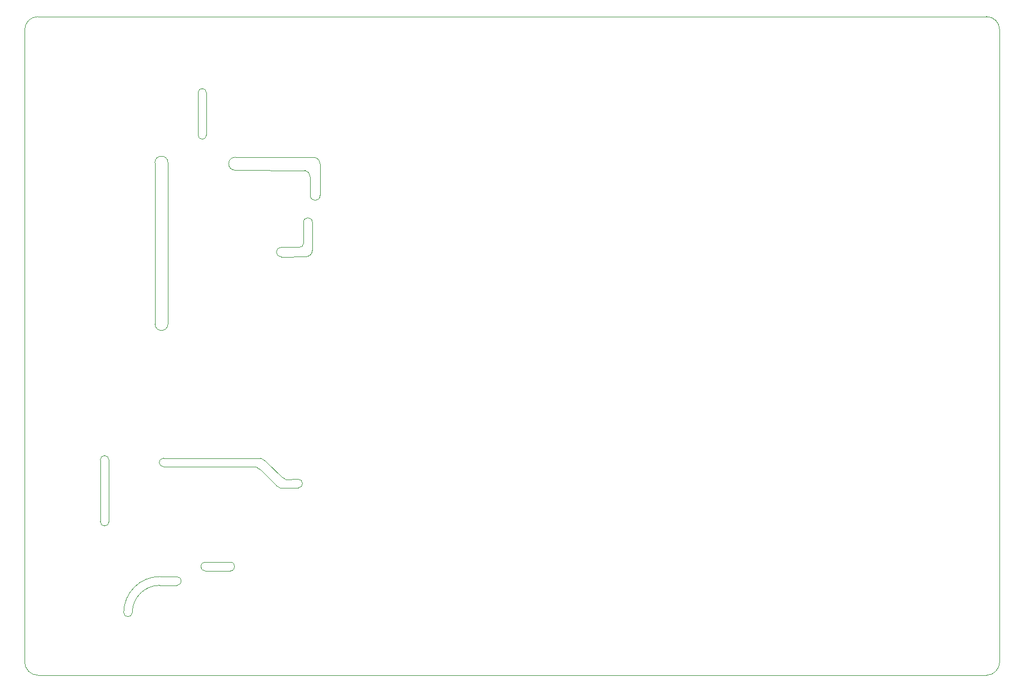
<source format=gbr>
%TF.GenerationSoftware,KiCad,Pcbnew,8.0.2*%
%TF.CreationDate,2025-03-18T14:55:19+01:00*%
%TF.ProjectId,Master_FT25,4d617374-6572-45f4-9654-32352e6b6963,rev?*%
%TF.SameCoordinates,Original*%
%TF.FileFunction,Profile,NP*%
%FSLAX46Y46*%
G04 Gerber Fmt 4.6, Leading zero omitted, Abs format (unit mm)*
G04 Created by KiCad (PCBNEW 8.0.2) date 2025-03-18 14:55:19*
%MOMM*%
%LPD*%
G01*
G04 APERTURE LIST*
%TA.AperFunction,Profile*%
%ADD10C,0.100000*%
%TD*%
G04 APERTURE END LIST*
D10*
X71718076Y-125051920D02*
X74348081Y-125051920D01*
X94894743Y-74161960D02*
G75*
G02*
X93886960Y-75169743I-1007743J-40D01*
G01*
X86300000Y-107053838D02*
G75*
G02*
X87085540Y-107568561I-550000J-1696162D01*
G01*
X62698080Y-106000001D02*
G75*
G02*
X64001920Y-106000000I651920J1D01*
G01*
X92748079Y-108948080D02*
X90824342Y-108959430D01*
X53239451Y-38701494D02*
X197225495Y-38701494D01*
X93548678Y-69925000D02*
X93550458Y-73124938D01*
X86300000Y-107053838D02*
X72301900Y-107051920D01*
X93550458Y-73124938D02*
G75*
G02*
X92949938Y-73725458I-600558J38D01*
G01*
X93548678Y-69925000D02*
G75*
G02*
X94900462Y-69925000I675892J0D01*
G01*
X96071309Y-65850076D02*
G75*
G02*
X94571281Y-65850076I-750014J9D01*
G01*
X94900462Y-69925000D02*
X94894743Y-74161960D01*
X74348080Y-123748082D02*
X71762139Y-123720554D01*
X82424107Y-121524108D02*
G75*
G02*
X82424107Y-122875892I-7J-675892D01*
G01*
X83165828Y-62036242D02*
G75*
G02*
X83165828Y-60054558I-28J990842D01*
G01*
X95287194Y-60060136D02*
X83165828Y-60054586D01*
X53225495Y-138701494D02*
X197225512Y-138701494D01*
X87072734Y-105745285D02*
G75*
G02*
X87858274Y-106260008I-550034J-1696215D01*
G01*
X89950000Y-110250000D02*
G75*
G02*
X89450000Y-109950000I200000J900000D01*
G01*
X53225495Y-138701494D02*
G75*
G02*
X51225506Y-136701494I5J1999994D01*
G01*
X82424107Y-121524108D02*
X78624107Y-121524108D01*
X94571281Y-63050000D02*
X94571281Y-65850076D01*
X90150001Y-75175001D02*
G75*
G02*
X90150001Y-73724199I-1J725401D01*
G01*
X51225512Y-40701529D02*
X51225512Y-136701494D01*
X95287194Y-60060136D02*
G75*
G02*
X96069037Y-61050001I-235694J-989864D01*
G01*
X87858274Y-106260008D02*
X90324342Y-108659430D01*
X78803009Y-56697008D02*
G75*
G02*
X77546991Y-56697008I-628009J17D01*
G01*
X92949938Y-73725458D02*
X90150001Y-73724141D01*
X92748079Y-108948080D02*
G75*
G02*
X92748080Y-110251920I21J-651920D01*
G01*
X66246160Y-129168857D02*
G75*
G02*
X71762139Y-123720550I5515980J-68093D01*
G01*
X67550001Y-129168855D02*
G75*
G02*
X71718076Y-125051884I4168099J-51445D01*
G01*
X87085540Y-107568561D02*
X89450000Y-109950000D01*
X93781425Y-62050001D02*
G75*
G02*
X94571260Y-63050000I-238125J-999999D01*
G01*
X89950000Y-110250000D02*
X92748080Y-110251918D01*
X78624107Y-122875892D02*
G75*
G02*
X78624107Y-121524108I-7J675892D01*
G01*
X64000001Y-106000000D02*
X63999999Y-115400001D01*
X96075000Y-65850076D02*
X96075000Y-61050000D01*
X72972644Y-85359172D02*
X72975000Y-60900000D01*
X83165828Y-62036242D02*
X93781425Y-62050001D01*
X197225495Y-38701494D02*
G75*
G02*
X199225588Y-40693044I105J-2000006D01*
G01*
X64001917Y-115400001D02*
G75*
G02*
X62698079Y-115400001I-651919J0D01*
G01*
X78624107Y-122879460D02*
X82424107Y-122875892D01*
X74348080Y-123748082D02*
G75*
G02*
X74348081Y-125051918I20J-651918D01*
G01*
X72301898Y-105748079D02*
X87072734Y-105745285D01*
X77546991Y-56697008D02*
X77546991Y-50252991D01*
X199225512Y-136701529D02*
X199225512Y-40693044D01*
X70975000Y-60900000D02*
G75*
G02*
X72975000Y-60900000I1000000J0D01*
G01*
X67550001Y-129168855D02*
G75*
G02*
X66246199Y-129168857I-651901J55D01*
G01*
X70975000Y-60900000D02*
X70990988Y-85359172D01*
X199225512Y-136701529D02*
G75*
G02*
X197225512Y-138701512I-2000012J29D01*
G01*
X78803009Y-50252991D02*
X78803009Y-56697008D01*
X77546991Y-50252991D02*
G75*
G02*
X78803009Y-50252991I628009J-18D01*
G01*
X72972644Y-85359172D02*
G75*
G02*
X70990988Y-85359172I-990828J0D01*
G01*
X51225512Y-40701529D02*
G75*
G02*
X53239451Y-38701489I2000218J-131D01*
G01*
X90824342Y-108959430D02*
G75*
G02*
X90324317Y-108659451I199958J900030D01*
G01*
X90150001Y-75175001D02*
X93886960Y-75169743D01*
X62698079Y-115400001D02*
X62698080Y-106000001D01*
X72301900Y-107051920D02*
G75*
G02*
X72301898Y-105748080I0J651920D01*
G01*
M02*

</source>
